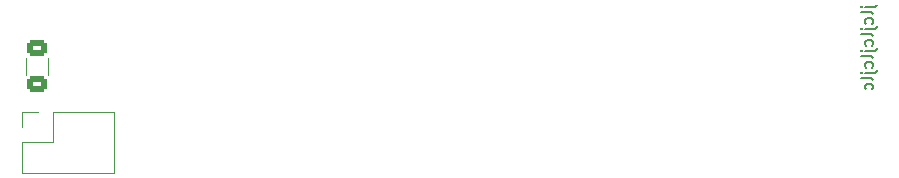
<source format=gbr>
G04 #@! TF.GenerationSoftware,KiCad,Pcbnew,(6.99.0-2452-gdb4f2d9dd8)*
G04 #@! TF.CreationDate,2022-07-21T13:31:46-08:00*
G04 #@! TF.ProjectId,Boeing,426f6569-6e67-42e6-9b69-6361645f7063,rev?*
G04 #@! TF.SameCoordinates,Original*
G04 #@! TF.FileFunction,Legend,Bot*
G04 #@! TF.FilePolarity,Positive*
%FSLAX46Y46*%
G04 Gerber Fmt 4.6, Leading zero omitted, Abs format (unit mm)*
G04 Created by KiCad (PCBNEW (6.99.0-2452-gdb4f2d9dd8)) date 2022-07-21 13:31:46*
%MOMM*%
%LPD*%
G01*
G04 APERTURE LIST*
G04 Aperture macros list*
%AMRoundRect*
0 Rectangle with rounded corners*
0 $1 Rounding radius*
0 $2 $3 $4 $5 $6 $7 $8 $9 X,Y pos of 4 corners*
0 Add a 4 corners polygon primitive as box body*
4,1,4,$2,$3,$4,$5,$6,$7,$8,$9,$2,$3,0*
0 Add four circle primitives for the rounded corners*
1,1,$1+$1,$2,$3*
1,1,$1+$1,$4,$5*
1,1,$1+$1,$6,$7*
1,1,$1+$1,$8,$9*
0 Add four rect primitives between the rounded corners*
20,1,$1+$1,$2,$3,$4,$5,0*
20,1,$1+$1,$4,$5,$6,$7,0*
20,1,$1+$1,$6,$7,$8,$9,0*
20,1,$1+$1,$8,$9,$2,$3,0*%
G04 Aperture macros list end*
%ADD10C,0.150000*%
%ADD11C,0.120000*%
%ADD12R,1.800000X1.800000*%
%ADD13C,1.800000*%
%ADD14O,1.700000X1.700000*%
%ADD15R,1.700000X1.700000*%
%ADD16RoundRect,0.250000X-0.625000X0.400000X-0.625000X-0.400000X0.625000X-0.400000X0.625000X0.400000X0*%
G04 APERTURE END LIST*
D10*
X173200714Y-59123809D02*
X174057857Y-59123809D01*
X174057857Y-59123809D02*
X174153095Y-59076190D01*
X174153095Y-59076190D02*
X174200714Y-58980952D01*
X174200714Y-58980952D02*
X174200714Y-58933333D01*
X172867380Y-59123809D02*
X172915000Y-59076190D01*
X172915000Y-59076190D02*
X172962619Y-59123809D01*
X172962619Y-59123809D02*
X172915000Y-59171428D01*
X172915000Y-59171428D02*
X172867380Y-59123809D01*
X172867380Y-59123809D02*
X172962619Y-59123809D01*
X173867380Y-59742856D02*
X173819761Y-59647618D01*
X173819761Y-59647618D02*
X173724523Y-59599999D01*
X173724523Y-59599999D02*
X172867380Y-59599999D01*
X173819761Y-60552380D02*
X173867380Y-60457142D01*
X173867380Y-60457142D02*
X173867380Y-60266666D01*
X173867380Y-60266666D02*
X173819761Y-60171428D01*
X173819761Y-60171428D02*
X173772142Y-60123809D01*
X173772142Y-60123809D02*
X173676904Y-60076190D01*
X173676904Y-60076190D02*
X173391190Y-60076190D01*
X173391190Y-60076190D02*
X173295952Y-60123809D01*
X173295952Y-60123809D02*
X173248333Y-60171428D01*
X173248333Y-60171428D02*
X173200714Y-60266666D01*
X173200714Y-60266666D02*
X173200714Y-60457142D01*
X173200714Y-60457142D02*
X173248333Y-60552380D01*
X173200714Y-60980952D02*
X174057857Y-60980952D01*
X174057857Y-60980952D02*
X174153095Y-60933333D01*
X174153095Y-60933333D02*
X174200714Y-60838095D01*
X174200714Y-60838095D02*
X174200714Y-60790476D01*
X172867380Y-60980952D02*
X172915000Y-60933333D01*
X172915000Y-60933333D02*
X172962619Y-60980952D01*
X172962619Y-60980952D02*
X172915000Y-61028571D01*
X172915000Y-61028571D02*
X172867380Y-60980952D01*
X172867380Y-60980952D02*
X172962619Y-60980952D01*
X173867380Y-61599999D02*
X173819761Y-61504761D01*
X173819761Y-61504761D02*
X173724523Y-61457142D01*
X173724523Y-61457142D02*
X172867380Y-61457142D01*
X173819761Y-62409523D02*
X173867380Y-62314285D01*
X173867380Y-62314285D02*
X173867380Y-62123809D01*
X173867380Y-62123809D02*
X173819761Y-62028571D01*
X173819761Y-62028571D02*
X173772142Y-61980952D01*
X173772142Y-61980952D02*
X173676904Y-61933333D01*
X173676904Y-61933333D02*
X173391190Y-61933333D01*
X173391190Y-61933333D02*
X173295952Y-61980952D01*
X173295952Y-61980952D02*
X173248333Y-62028571D01*
X173248333Y-62028571D02*
X173200714Y-62123809D01*
X173200714Y-62123809D02*
X173200714Y-62314285D01*
X173200714Y-62314285D02*
X173248333Y-62409523D01*
X173200714Y-62838095D02*
X174057857Y-62838095D01*
X174057857Y-62838095D02*
X174153095Y-62790476D01*
X174153095Y-62790476D02*
X174200714Y-62695238D01*
X174200714Y-62695238D02*
X174200714Y-62647619D01*
X172867380Y-62838095D02*
X172915000Y-62790476D01*
X172915000Y-62790476D02*
X172962619Y-62838095D01*
X172962619Y-62838095D02*
X172915000Y-62885714D01*
X172915000Y-62885714D02*
X172867380Y-62838095D01*
X172867380Y-62838095D02*
X172962619Y-62838095D01*
X173867380Y-63457142D02*
X173819761Y-63361904D01*
X173819761Y-63361904D02*
X173724523Y-63314285D01*
X173724523Y-63314285D02*
X172867380Y-63314285D01*
X173819761Y-64266666D02*
X173867380Y-64171428D01*
X173867380Y-64171428D02*
X173867380Y-63980952D01*
X173867380Y-63980952D02*
X173819761Y-63885714D01*
X173819761Y-63885714D02*
X173772142Y-63838095D01*
X173772142Y-63838095D02*
X173676904Y-63790476D01*
X173676904Y-63790476D02*
X173391190Y-63790476D01*
X173391190Y-63790476D02*
X173295952Y-63838095D01*
X173295952Y-63838095D02*
X173248333Y-63885714D01*
X173248333Y-63885714D02*
X173200714Y-63980952D01*
X173200714Y-63980952D02*
X173200714Y-64171428D01*
X173200714Y-64171428D02*
X173248333Y-64266666D01*
X173200714Y-64695238D02*
X174057857Y-64695238D01*
X174057857Y-64695238D02*
X174153095Y-64647619D01*
X174153095Y-64647619D02*
X174200714Y-64552381D01*
X174200714Y-64552381D02*
X174200714Y-64504762D01*
X172867380Y-64695238D02*
X172915000Y-64647619D01*
X172915000Y-64647619D02*
X172962619Y-64695238D01*
X172962619Y-64695238D02*
X172915000Y-64742857D01*
X172915000Y-64742857D02*
X172867380Y-64695238D01*
X172867380Y-64695238D02*
X172962619Y-64695238D01*
X173867380Y-65314285D02*
X173819761Y-65219047D01*
X173819761Y-65219047D02*
X173724523Y-65171428D01*
X173724523Y-65171428D02*
X172867380Y-65171428D01*
X173819761Y-66123809D02*
X173867380Y-66028571D01*
X173867380Y-66028571D02*
X173867380Y-65838095D01*
X173867380Y-65838095D02*
X173819761Y-65742857D01*
X173819761Y-65742857D02*
X173772142Y-65695238D01*
X173772142Y-65695238D02*
X173676904Y-65647619D01*
X173676904Y-65647619D02*
X173391190Y-65647619D01*
X173391190Y-65647619D02*
X173295952Y-65695238D01*
X173295952Y-65695238D02*
X173248333Y-65742857D01*
X173248333Y-65742857D02*
X173200714Y-65838095D01*
X173200714Y-65838095D02*
X173200714Y-66028571D01*
X173200714Y-66028571D02*
X173248333Y-66123809D01*
D11*
X101830000Y-73200000D02*
X109570000Y-73200000D01*
X101830000Y-70600000D02*
X101830000Y-73200000D01*
X104430000Y-70600000D02*
X101830000Y-70600000D01*
X101830000Y-68000000D02*
X101830000Y-69330000D01*
X103160000Y-68000000D02*
X101830000Y-68000000D01*
X104430000Y-68000000D02*
X104430000Y-70600000D01*
X104430000Y-68000000D02*
X109570000Y-68000000D01*
X109570000Y-68000000D02*
X109570000Y-73200000D01*
X104010000Y-63422936D02*
X104010000Y-64877064D01*
X102190000Y-63422936D02*
X102190000Y-64877064D01*
%LPC*%
D12*
X108899999Y-62599999D03*
D13*
X106360000Y-62600000D03*
D14*
X108239999Y-71869999D03*
X108239999Y-69329999D03*
X105699999Y-71869999D03*
X105699999Y-69329999D03*
X103159999Y-71869999D03*
D15*
X103159999Y-69329999D03*
D16*
X103100000Y-62600000D03*
X103100000Y-65700000D03*
M02*

</source>
